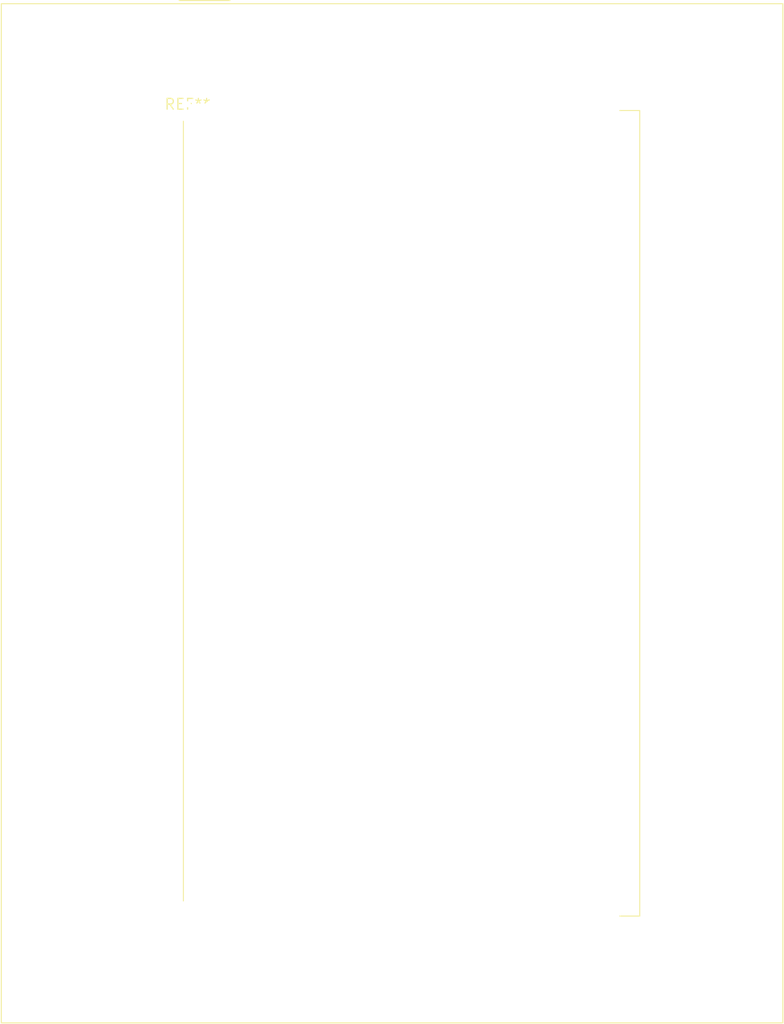
<source format=kicad_pcb>
(kicad_pcb (version 20240108) (generator pcbnew)
  (layers (0 "F.Cu" signal) (31 "B.Cu" signal) (34 "B.Paste" user) (35 "F.Paste" user) (36 "B.SilkS" user "B.Silkscreen") (37 "F.SilkS" user "F.Silkscreen") (38 "B.Mask" user) (39 "F.Mask" user) (44 "Edge.Cuts" user))
  (net 0 "")
  (footprint "EA_eDIPTFT43-ATC" (layer "F.Cu") (at 0 0)
    (property "Reference" "REF**")
    (property "Value" "EA_eDIPTFT43-ATC")
    (fp_line (start -21.99 -11.86) (end 70.25 -11.86) (layer "F.SilkS") (stroke (width 0.12)))
    (fp_line (start -21.99 108.38) (end -21.99 -11.86) (layer "F.SilkS") (stroke (width 0.12)))
    (fp_line (start -1 -12.24) (end 5 -12.24) (layer "F.SilkS") (stroke (width 0.12)))
    (fp_line (start -0.5 94) (end -0.5 2) (layer "F.SilkS") (stroke (width 0.12)))
    (fp_line (start 53.35 0.74) (end 51 0.74) (layer "F.SilkS") (stroke (width 0.12)))
    (fp_line (start 53.36 0.74) (end 53.36 95.78) (layer "F.SilkS") (stroke (width 0.12)))
    (fp_line (start 53.36 95.78) (end 51 95.78) (layer "F.SilkS") (stroke (width 0.12)))
    (fp_line (start 70.25 -11.86) (end 70.25 108.38) (layer "F.SilkS") (stroke (width 0.12)))
    (fp_line (start 70.25 108.38) (end -21.99 108.38) (layer "F.SilkS") (stroke (width 0.12)))
    (pad "1" thru_hole rect (at 0 0) (size 1.524 1.524) (drill 0.7) (layers *.Cu *.Mask) (remove_unused_layers))
    (pad "2" thru_hole circle (at 2.54 0) (size 1.524 1.524) (drill 0.7) (layers *.Cu *.Mask) (remove_unused_layers))
    (pad "3" thru_hole circle (at 5.08 0) (size 1.524 1.524) (drill 0.7) (layers *.Cu *.Mask) (remove_unused_layers))
    (pad "4" thru_hole circle (at 7.62 0) (size 1.524 1.524) (drill 0.7) (layers *.Cu *.Mask) (remove_unused_layers))
    (pad "5" thru_hole circle (at 10.16 0) (size 1.524 1.524) (drill 0.7) (layers *.Cu *.Mask) (remove_unused_layers))
    (pad "6" thru_hole circle (at 12.7 0) (size 1.524 1.524) (drill 0.7) (layers *.Cu *.Mask) (remove_unused_layers))
    (pad "7" thru_hole circle (at 15.24 0) (size 1.524 1.524) (drill 0.7) (layers *.Cu *.Mask) (remove_unused_layers))
    (pad "8" thru_hole circle (at 17.78 0) (size 1.524 1.524) (drill 0.7) (layers *.Cu *.Mask) (remove_unused_layers))
    (pad "9" thru_hole circle (at 20.32 0) (size 1.524 1.524) (drill 0.7) (layers *.Cu *.Mask) (remove_unused_layers))
    (pad "10" thru_hole circle (at 22.86 0) (size 1.524 1.524) (drill 0.7) (layers *.Cu *.Mask) (remove_unused_layers))
    (pad "11" thru_hole circle (at 25.4 0) (size 1.524 1.524) (drill 0.7) (layers *.Cu *.Mask) (remove_unused_layers))
    (pad "12" thru_hole circle (at 27.94 0) (size 1.524 1.524) (drill 0.7) (layers *.Cu *.Mask) (remove_unused_layers))
    (pad "13" thru_hole circle (at 30.48 0) (size 1.524 1.524) (drill 0.7) (layers *.Cu *.Mask) (remove_unused_layers))
    (pad "14" thru_hole circle (at 33.02 0) (size 1.524 1.524) (drill 0.7) (layers *.Cu *.Mask) (remove_unused_layers))
    (pad "15" thru_hole circle (at 35.56 0) (size 1.524 1.524) (drill 0.7) (layers *.Cu *.Mask) (remove_unused_layers))
    (pad "16" thru_hole circle (at 38.1 0) (size 1.524 1.524) (drill 0.7) (layers *.Cu *.Mask) (remove_unused_layers))
    (pad "17" thru_hole circle (at 40.64 0) (size 1.524 1.524) (drill 0.7) (layers *.Cu *.Mask) (remove_unused_layers))
    (pad "18" thru_hole circle (at 43.18 0) (size 1.524 1.524) (drill 0.7) (layers *.Cu *.Mask) (remove_unused_layers))
    (pad "19" thru_hole circle (at 45.72 0) (size 1.524 1.524) (drill 0.7) (layers *.Cu *.Mask) (remove_unused_layers))
    (pad "20" thru_hole circle (at 48.26 0) (size 1.524 1.524) (drill 0.7) (layers *.Cu *.Mask) (remove_unused_layers))
    (pad "21" thru_hole circle (at 48.26 96.52) (size 1.524 1.524) (drill 0.7) (layers *.Cu *.Mask) (remove_unused_layers))
    (pad "22" thru_hole circle (at 45.72 96.52) (size 1.524 1.524) (drill 0.7) (layers *.Cu *.Mask) (remove_unused_layers))
    (pad "23" thru_hole circle (at 43.18 96.52) (size 1.524 1.524) (drill 0.7) (layers *.Cu *.Mask) (remove_unused_layers))
    (pad "24" thru_hole circle (at 40.64 96.52) (size 1.524 1.524) (drill 0.7) (layers *.Cu *.Mask) (remove_unused_layers))
    (pad "25" thru_hole circle (at 38.1 96.52) (size 1.524 1.524) (drill 0.7) (layers *.Cu *.Mask) (remove_unused_layers))
    (pad "26" thru_hole circle (at 35.56 96.52) (size 1.524 1.524) (drill 0.7) (layers *.Cu *.Mask) (remove_unused_layers))
    (pad "27" thru_hole circle (at 33.02 96.52) (size 1.524 1.524) (drill 0.7) (layers *.Cu *.Mask) (remove_unused_layers))
    (pad "28" thru_hole circle (at 30.48 96.52) (size 1.524 1.524) (drill 0.7) (layers *.Cu *.Mask) (remove_unused_layers))
    (pad "29" thru_hole circle (at 27.94 96.52) (size 1.524 1.524) (drill 0.7) (layers *.Cu *.Mask) (remove_unused_layers))
    (pad "30" thru_hole circle (at 25.4 96.52) (size 1.524 1.524) (drill 0.7) (layers *.Cu *.Mask) (remove_unused_layers))
    (pad "31" thru_hole circle (at 22.86 96.52) (size 1.524 1.524) (drill 0.7) (layers *.Cu *.Mask) (remove_unused_layers))
    (pad "32" thru_hole circle (at 20.32 96.52) (size 1.524 1.524) (drill 0.7) (layers *.Cu *.Mask) (remove_unused_layers))
    (pad "33" thru_hole circle (at 17.78 96.52) (size 1.524 1.524) (drill 0.7) (layers *.Cu *.Mask) (remove_unused_layers))
    (pad "34" thru_hole circle (at 15.24 96.52) (size 1.524 1.524) (drill 0.7) (layers *.Cu *.Mask) (remove_unused_layers))
    (pad "35" thru_hole circle (at 12.7 96.52) (size 1.524 1.524) (drill 0.7) (layers *.Cu *.Mask) (remove_unused_layers))
    (pad "36" thru_hole circle (at 10.16 96.52) (size 1.524 1.524) (drill 0.7) (layers *.Cu *.Mask) (remove_unused_layers))
    (pad "37" thru_hole circle (at 7.62 96.52) (size 1.524 1.524) (drill 0.7) (layers *.Cu *.Mask) (remove_unused_layers))
    (pad "38" thru_hole circle (at 5.08 96.52) (size 1.524 1.524) (drill 0.7) (layers *.Cu *.Mask) (remove_unused_layers))
    (pad "39" thru_hole circle (at 2.54 96.52) (size 1.524 1.524) (drill 0.7) (layers *.Cu *.Mask) (remove_unused_layers))
    (pad "40" thru_hole circle (at 0 96.52) (size 1.524 1.524) (drill 0.7) (layers *.Cu *.Mask) (remove_unused_layers))
  )
)
</source>
